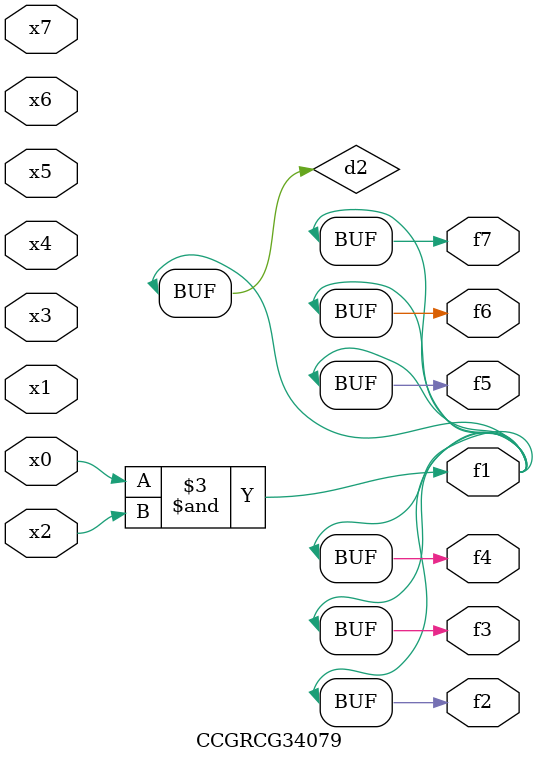
<source format=v>
module CCGRCG34079(
	input x0, x1, x2, x3, x4, x5, x6, x7,
	output f1, f2, f3, f4, f5, f6, f7
);

	wire d1, d2;

	nor (d1, x3, x6);
	and (d2, x0, x2);
	assign f1 = d2;
	assign f2 = d2;
	assign f3 = d2;
	assign f4 = d2;
	assign f5 = d2;
	assign f6 = d2;
	assign f7 = d2;
endmodule

</source>
